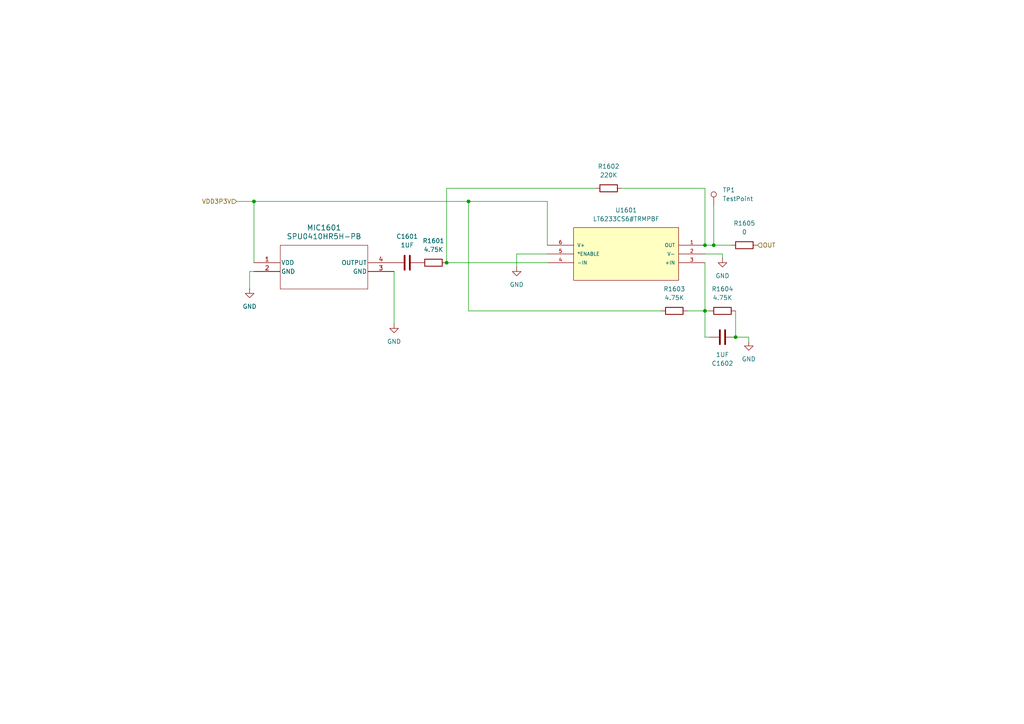
<source format=kicad_sch>
(kicad_sch (version 20231120) (generator "eeschema") (generator_version "8.0")
  (paper "A4")
  (lib_symbols
    (symbol "001_symbol:LT6233CS6TRMPBF" (pin_names (offset 1.016))
      (property "Reference" "U" (at 18.1696 9.1357 0))
      (property "Value" "LT6233CS6TRMPBF" (at 17.5251 6.5878 0))
      (symbol "LT6233CS6TRMPBF_0_0"
        (rectangle (start 7.62 -10.16) (end 38.1 5.08) (stroke (width 0.1524)) (fill (type background)))
        (pin output line (at 0 0 0) (length 7.62) (name "OUT") (number "1"))
        (pin power_in line (at 0 -2.54 0) (length 7.62) (name "V-") (number "2"))
        (pin input line (at 0 -5.08 0) (length 7.62) (name "+IN") (number "3"))
        (pin power_in line (at 45.72 -5.08 180) (length 7.62) (name "-IN") (number "4"))
        (pin passive line (at 45.72 -2.54 180) (length 7.62) (name "*ENABLE") (number "5"))
        (pin input line (at 45.72 0 180) (length 7.62) (name "V+") (number "6"))
      )
    )
    (symbol "001_symbol:SPU0410HR5H-PB" (pin_names (offset 0.254))
      (property "Reference" "MIC" (at 20.32 10.16 0))
      (property "Value" "SPU0410HR5H-PB" (at 20.32 7.62 0))
      (symbol "SPU0410HR5H-PB_0_1"
        (polyline (pts (xy 7.62 -7.62) (xy 33.02 -7.62)) (stroke (width 0.127)))
        (polyline (pts (xy 7.62 5.08) (xy 7.62 -7.62)) (stroke (width 0.127)))
        (polyline (pts (xy 33.02 -7.62) (xy 33.02 5.08)) (stroke (width 0.127)))
        (polyline (pts (xy 33.02 5.08) (xy 7.62 5.08)) (stroke (width 0.127)))
        (pin power_in line (at 0 0 0) (length 7.62) (name "VDD") (number "1"))
        (pin power_out line (at 0 -2.54 0) (length 7.62) (name "GND") (number "2"))
        (pin power_out line (at 40.64 -2.54 180) (length 7.62) (name "GND") (number "3"))
        (pin output line (at 40.64 0 180) (length 7.62) (name "OUTPUT") (number "4"))
      )
    )
    (symbol "Connector:TestPoint" (pin_numbers hide) (pin_names (offset 0.762) hide)
      (property "Reference" "TP" (at 0 6.858 0))
      (property "Value" "TestPoint" (at 0 5.08 0))
      (symbol "TestPoint_0_1"
        (circle (center 0 3.302) (radius 0.762))
      )
      (symbol "TestPoint_1_1"
        (pin passive line (at 0 0 90) (length 2.54) (name "1") (number "1"))
      )
    )
    (symbol "Device:C" (pin_numbers hide) (pin_names (offset 0.254))
      (property "Reference" "C" (at 0.635 2.54 0))
      (property "Value" "C" (at 0.635 -2.54 0))
      (symbol "C_0_1"
        (polyline (pts (xy -2.032 -0.762) (xy 2.032 -0.762)) (stroke (width 0.508)))
        (polyline (pts (xy -2.032 0.762) (xy 2.032 0.762)) (stroke (width 0.508)))
      )
      (symbol "C_1_1"
        (pin passive line (at 0 3.81 270) (length 2.794) (name "~") (number "1"))
        (pin passive line (at 0 -3.81 90) (length 2.794) (name "~") (number "2"))
      )
    )
    (symbol "Device:R" (pin_numbers hide) (pin_names (offset 0))
      (property "Reference" "R" (at 2.032 0 90))
      (property "Value" "R" (at 0 0 90))
      (symbol "R_0_1"
        (rectangle (start -1.016 -2.54) (end 1.016 2.54) (stroke (width 0.254)))
      )
      (symbol "R_1_1"
        (pin passive line (at 0 3.81 270) (length 1.27) (name "~") (number "1"))
        (pin passive line (at 0 -3.81 90) (length 1.27) (name "~") (number "2"))
      )
    )
    (symbol "power:GND" (power) (pin_numbers hide) (pin_names (offset 0) hide)
      (property "Value" "GND" (at 0 -3.81 0))
      (symbol "GND_0_1"
        (polyline (pts (xy 0 0) (xy 0 -1.27) (xy 1.27 -1.27) (xy 0 -2.54) (xy -1.27 -1.27) (xy 0 -1.27)))
      )
      (symbol "GND_1_1"
        (pin power_in line (at 0 0 270) (length 0) (name "~") (number "1"))
      )
    )
  )
  (junction (at 135.89 58.42))
  (junction (at 204.47 71.12))
  (junction (at 213.36 97.79))
  (junction (at 129.54 76.2))
  (junction (at 73.66 58.42))
  (junction (at 207.01 71.12))
  (junction (at 204.47 90.17))
  (wire (pts (xy 114.3 93.98) (xy 114.3 78.74)))
  (wire (pts (xy 135.89 58.42) (xy 158.75 58.42)))
  (wire (pts (xy 204.47 76.2) (xy 204.47 90.17)))
  (wire (pts (xy 204.47 90.17) (xy 204.47 97.79)))
  (wire (pts (xy 72.39 78.74) (xy 73.66 78.74)))
  (wire (pts (xy 209.55 73.66) (xy 209.55 74.93)))
  (wire (pts (xy 72.39 83.82) (xy 72.39 78.74)))
  (wire (pts (xy 204.47 73.66) (xy 209.55 73.66)))
  (wire (pts (xy 213.36 97.79) (xy 217.17 97.79)))
  (wire (pts (xy 204.47 90.17) (xy 205.74 90.17)))
  (wire (pts (xy 73.66 58.42) (xy 135.89 58.42)))
  (wire (pts (xy 199.39 90.17) (xy 204.47 90.17)))
  (wire (pts (xy 129.54 54.61) (xy 172.72 54.61)))
  (wire (pts (xy 129.54 76.2) (xy 129.54 54.61)))
  (wire (pts (xy 73.66 58.42) (xy 73.66 76.2)))
  (wire (pts (xy 149.86 77.47) (xy 149.86 73.66)))
  (wire (pts (xy 204.47 97.79) (xy 205.74 97.79)))
  (wire (pts (xy 217.17 97.79) (xy 217.17 99.06)))
  (wire (pts (xy 158.75 58.42) (xy 158.75 71.12)))
  (wire (pts (xy 213.36 90.17) (xy 213.36 97.79)))
  (wire (pts (xy 149.86 73.66) (xy 158.75 73.66)))
  (wire (pts (xy 204.47 54.61) (xy 204.47 71.12)))
  (wire (pts (xy 129.54 76.2) (xy 158.75 76.2)))
  (wire (pts (xy 191.77 90.17) (xy 135.89 90.17)))
  (wire (pts (xy 207.01 71.12) (xy 212.09 71.12)))
  (wire (pts (xy 135.89 90.17) (xy 135.89 58.42)))
  (wire (pts (xy 204.47 71.12) (xy 207.01 71.12)))
  (wire (pts (xy 207.01 59.69) (xy 207.01 71.12)))
  (wire (pts (xy 180.34 54.61) (xy 204.47 54.61)))
  (wire (pts (xy 68.58 58.42) (xy 73.66 58.42)))
  (hierarchical_label "VDD3P3V" (shape input) (at 68.58 58.42 180))
  (hierarchical_label "OUT" (shape input) (at 219.71 71.12 0))
  (symbol (lib_id "Device:R") (at 215.9 71.12 270) (unit 1)
    (property "Reference" "R1605" (at 215.9 64.77 90))
    (property "Value" "0" (at 215.9 67.31 90))
    (property "Footprint" "Resistor_SMD:R_0603_1608Metric" (effects (hide yes)))
    (property "Description" "Resistor" (effects (hide yes)))
    (property "Vendor" "digikey:P0.0GCT-ND" (effects (hide yes)))
  )
  (symbol (lib_id "Device:R") (at 176.53 54.61 270) (unit 1)
    (property "Reference" "R1602" (at 176.53 48.26 90))
    (property "Value" "220K" (at 176.53 50.8 90))
    (property "Footprint" "Resistor_SMD:R_0603_1608Metric" (effects (hide yes)))
    (property "Description" "Resistor" (effects (hide yes)))
    (property "Vendor" "digikey:311-220KHRCT-ND" (effects (hide yes)))
  )
  (symbol (lib_id "Device:C") (at 209.55 97.79 90) (mirror x) (unit 1)
    (property "Reference" "C1602" (at 209.55 105.41 90))
    (property "Value" "1UF" (at 209.55 102.87 90))
    (property "Footprint" "Capacitor_SMD:C_0603_1608Metric" (effects (hide yes)))
    (property "Description" "Unpolarized capacitor" (effects (hide yes)))
    (property "Vendor" "digikey:490-3897-1-ND" (effects (hide yes)))
  )
  (symbol (lib_id "power:GND") (at 217.17 99.06 0) (unit 1)
    (property "Reference" "#PWR01605" (effects (hide yes)))
    (property "Value" "GND" (at 217.17 104.14 0))
    (property "Description" "Power symbol creates a global label with name \"GND\" , ground" (effects (hide yes)))
  )
  (symbol (lib_id "power:GND") (at 72.39 83.82 0) (unit 1)
    (property "Reference" "#PWR01601" (effects (hide yes)))
    (property "Value" "GND" (at 72.39 88.9 0))
    (property "Description" "Power symbol creates a global label with name \"GND\" , ground" (effects (hide yes)))
  )
  (symbol (lib_id "Device:R") (at 195.58 90.17 90) (unit 1)
    (property "Reference" "R1603" (at 195.58 83.82 90))
    (property "Value" "4.75K" (at 195.58 86.36 90))
    (property "Footprint" "Resistor_SMD:R_0603_1608Metric" (effects (hide yes)))
    (property "Description" "Resistor" (effects (hide yes)))
    (property "Vendor" "digikey:311-4.75KHRCT-ND" (effects (hide yes)))
  )
  (symbol (lib_id "Device:C") (at 118.11 76.2 270) (unit 1)
    (property "Reference" "C1601" (at 118.11 68.58 90))
    (property "Value" "1UF" (at 118.11 71.12 90))
    (property "Footprint" "Capacitor_SMD:C_0603_1608Metric" (effects (hide yes)))
    (property "Description" "Unpolarized capacitor" (effects (hide yes)))
    (property "Vendor" "digikey:490-3897-1-ND" (effects (hide yes)))
  )
  (symbol (lib_id "Connector:TestPoint") (at 207.01 59.69 0) (unit 1) (in_bom no)
    (property "Reference" "TP1" (at 209.55 55.1179 0) (effects (justify left)))
    (property "Value" "TestPoint" (at 209.55 57.6579 0) (effects (justify left)))
    (property "Footprint" "001_download:TestPoint_Pad_D0.6mm" (effects (hide yes)))
    (property "Description" "test point" (effects (hide yes)))
  )
  (symbol (lib_id "Device:R") (at 125.73 76.2 270) (unit 1)
    (property "Reference" "R1601" (at 125.73 69.85 90))
    (property "Value" "4.75K" (at 125.73 72.39 90))
    (property "Footprint" "Resistor_SMD:R_0603_1608Metric" (effects (hide yes)))
    (property "Description" "Resistor" (effects (hide yes)))
    (property "Vendor" "digikey:311-4.75KHRCT-ND" (effects (hide yes)))
  )
  (symbol (lib_id "power:GND") (at 149.86 77.47 0) (unit 1)
    (property "Reference" "#PWR01603" (effects (hide yes)))
    (property "Value" "GND" (at 149.86 82.55 0))
    (property "Description" "Power symbol creates a global label with name \"GND\" , ground" (effects (hide yes)))
  )
  (symbol (lib_id "001_symbol:LT6233CS6TRMPBF") (at 204.47 71.12 0) (mirror y) (unit 1)
    (property "Reference" "U1601" (at 181.61 60.96 0))
    (property "Value" "LT6233CS6#TRMPBF" (at 181.61 63.5 0))
    (property "Footprint" "001_download:SOT-6_S" (effects (hide yes)))
    (property "Vendor" "digikey:LT6233CS6#TRMPBFCT-ND" (effects (hide yes)))
  )
  (symbol (lib_id "001_symbol:SPU0410HR5H-PB") (at 73.66 76.2 0) (unit 1)
    (property "Reference" "MIC1601" (at 93.98 66.04 0) (effects (font (size 1.524 1.524))))
    (property "Value" "SPU0410HR5H-PB" (at 93.98 68.58 0) (effects (font (size 1.524 1.524))))
    (property "Footprint" "001_download:SPU0410HR5H-PB_KNO" (effects (hide yes)))
    (property "Datasheet" "SPU0410HR5H-PB" (effects (hide yes)))
    (property "Vendor" "digikey:423-1138-1-ND" (effects (hide yes)))
  )
  (symbol (lib_id "Device:R") (at 209.55 90.17 90) (unit 1)
    (property "Reference" "R1604" (at 209.55 83.82 90))
    (property "Value" "4.75K" (at 209.55 86.36 90))
    (property "Footprint" "Resistor_SMD:R_0603_1608Metric" (effects (hide yes)))
    (property "Description" "Resistor" (effects (hide yes)))
    (property "Vendor" "digikey:311-4.75KHRCT-ND" (effects (hide yes)))
  )
  (symbol (lib_id "power:GND") (at 114.3 93.98 0) (unit 1)
    (property "Reference" "#PWR01602" (effects (hide yes)))
    (property "Value" "GND" (at 114.3 99.06 0))
    (property "Description" "Power symbol creates a global label with name \"GND\" , ground" (effects (hide yes)))
  )
  (symbol (lib_id "power:GND") (at 209.55 74.93 0) (unit 1)
    (property "Reference" "#PWR01604" (effects (hide yes)))
    (property "Value" "GND" (at 209.55 80.01 0))
    (property "Description" "Power symbol creates a global label with name \"GND\" , ground" (effects (hide yes)))
  )
)
</source>
